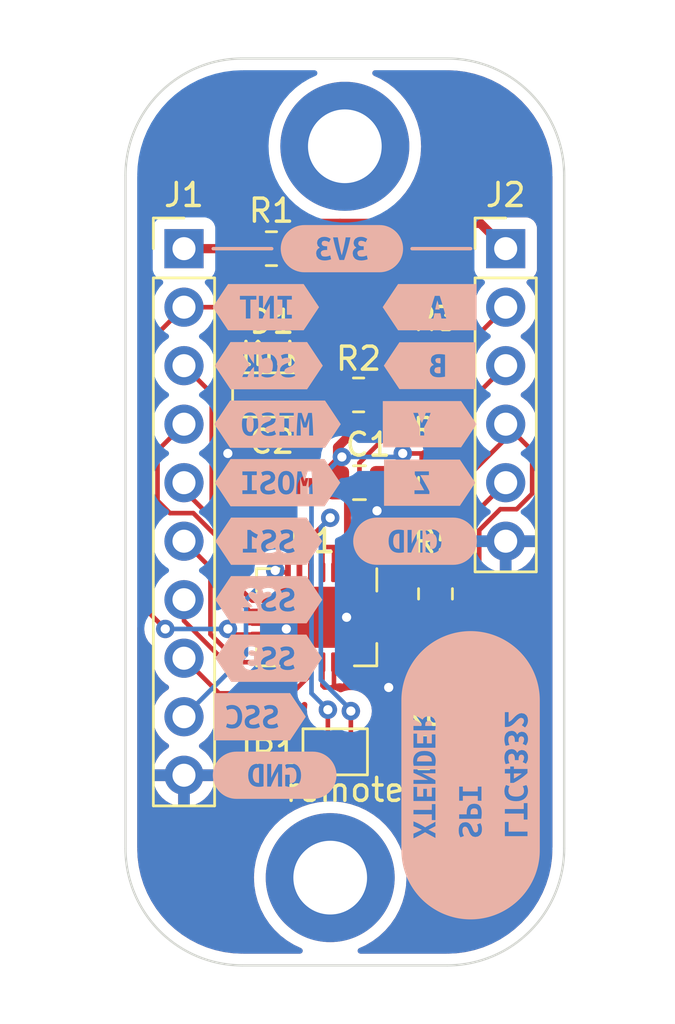
<source format=kicad_pcb>
(kicad_pcb (version 20211014) (generator pcbnew)
  (title_block (title "LTC4332 Breakout") (date "2022-06-23") (rev "0") (comment 2 "creativecommons.org/licences/by/4.0") (comment 3 "license: CC by 4.0") (comment 4 "Author: Jordan Aceto"))
  (layers (0 "F.Cu" signal) (31 "B.Cu" signal) (34 "B.Paste" user) (35 "F.Paste" user) (36 "B.SilkS" user "B.Silkscreen") (37 "F.SilkS" user "F.Silkscreen") (38 "B.Mask" user) (39 "F.Mask" user) (44 "Edge.Cuts" user))
  (net 0 "")
  (net 1 "+3V3")
  (net 2 "GND")
  (net 3 "Net-(D1-Pad1)")
  (net 4 "Net-(D1-Pad2)")
  (net 5 "Net-(J1-Pad2)")
  (net 6 "Net-(J1-Pad3)")
  (net 7 "Net-(J1-Pad4)")
  (net 8 "Net-(J1-Pad5)")
  (net 9 "Net-(J1-Pad6)")
  (net 10 "Net-(J1-Pad7)")
  (net 11 "Net-(J1-Pad8)")
  (net 12 "Net-(J1-Pad9)")
  (net 13 "Net-(J2-Pad2)")
  (net 14 "Net-(J2-Pad3)")
  (net 15 "Net-(J2-Pad4)")
  (net 16 "Net-(J2-Pad5)")
  (net 17 "Net-(JP1-Pad2)")
  (footprint "Connector_PinHeader_2.54mm:PinHeader_1x10_P2.54mm_Vertical" (layer "F.Cu") (at 141.224 90.805)
    (fp_text reference "J1" (at 0 -2.33) (layer "F.SilkS"))
    (fp_text value "Conn_01x10")
    (pad "1" thru_hole rect (at 0 0) (size 1.7 1.7) (drill 1) (layers *.Cu *.Mask) (net 1 "+3V3"))
    (pad "2" thru_hole oval (at 0 2.54) (size 1.7 1.7) (drill 1) (layers *.Cu *.Mask) (net 5 "Net-(J1-Pad2)"))
    (pad "3" thru_hole oval (at 0 5.08) (size 1.7 1.7) (drill 1) (layers *.Cu *.Mask) (net 6 "Net-(J1-Pad3)"))
    (pad "4" thru_hole oval (at 0 7.62) (size 1.7 1.7) (drill 1) (layers *.Cu *.Mask) (net 7 "Net-(J1-Pad4)"))
    (pad "5" thru_hole oval (at 0 10.16) (size 1.7 1.7) (drill 1) (layers *.Cu *.Mask) (net 8 "Net-(J1-Pad5)"))
    (pad "6" thru_hole oval (at 0 12.7) (size 1.7 1.7) (drill 1) (layers *.Cu *.Mask) (net 9 "Net-(J1-Pad6)"))
    (pad "7" thru_hole oval (at 0 15.24) (size 1.7 1.7) (drill 1) (layers *.Cu *.Mask) (net 10 "Net-(J1-Pad7)"))
    (pad "8" thru_hole oval (at 0 17.78) (size 1.7 1.7) (drill 1) (layers *.Cu *.Mask) (net 11 "Net-(J1-Pad8)"))
    (pad "9" thru_hole oval (at 0 20.32) (size 1.7 1.7) (drill 1) (layers *.Cu *.Mask) (net 12 "Net-(J1-Pad9)"))
    (pad "10" thru_hole oval (at 0 22.86) (size 1.7 1.7) (drill 1) (layers *.Cu *.Mask) (net 2 "GND"))
  )
  (footprint "Resistor_SMD:R_0805_2012Metric" (layer "F.Cu") (at 152.146 100.96 -90)
    (fp_text reference "R4" (at -2.281 0 180) (layer "F.SilkS"))
    (fp_text value "620")
    (pad "1" smd roundrect (at -0.9125 0 270) (size 1.025 1.4) (layers "F.Cu" "F.Paste" "F.Mask") (roundrect_rratio 0.243902) (net 1 "+3V3"))
    (pad "2" smd roundrect (at 0.9125 0 270) (size 1.025 1.4) (layers "F.Cu" "F.Paste" "F.Mask") (roundrect_rratio 0.243902) (net 15 "Net-(J2-Pad4)"))
  )
  (footprint "Capacitor_SMD:C_0805_2012Metric" (layer "F.Cu") (at 148.844 100.965)
    (fp_text reference "C1" (at 0.381 -1.651) (layer "F.SilkS"))
    (fp_text value "4u7")
    (pad "1" smd roundrect (at -0.95 0) (size 1 1.45) (layers "F.Cu" "F.Paste" "F.Mask") (net 1 "+3V3"))
    (pad "2" smd roundrect (at 0.95 0) (size 1 1.45) (layers "F.Cu" "F.Paste" "F.Mask") (net 2 "GND"))
  )
  (footprint "Connector_PinHeader_2.54mm:PinHeader_1x06_P2.54mm_Vertical" (layer "F.Cu") (at 155.194 90.805)
    (fp_text reference "J2" (at 0 -2.33) (layer "F.SilkS"))
    (fp_text value "Conn_01x06")
    (pad "1" thru_hole rect (at 0 0) (size 1.7 1.7) (drill 1) (layers *.Cu *.Mask) (net 1 "+3V3"))
    (pad "2" thru_hole oval (at 0 2.54) (size 1.7 1.7) (drill 1) (layers *.Cu *.Mask) (net 13 "Net-(J2-Pad2)"))
    (pad "3" thru_hole oval (at 0 5.08) (size 1.7 1.7) (drill 1) (layers *.Cu *.Mask) (net 14 "Net-(J2-Pad3)"))
    (pad "4" thru_hole oval (at 0 7.62) (size 1.7 1.7) (drill 1) (layers *.Cu *.Mask) (net 15 "Net-(J2-Pad4)"))
    (pad "5" thru_hole oval (at 0 10.16) (size 1.7 1.7) (drill 1) (layers *.Cu *.Mask) (net 16 "Net-(J2-Pad5)"))
    (pad "6" thru_hole oval (at 0 12.7) (size 1.7 1.7) (drill 1) (layers *.Cu *.Mask) (net 2 "GND"))
  )
  (footprint "MountingHole:MountingHole_3.2mm_M3_DIN965_Pad" (layer "F.Cu") (at 147.574 118.11)
    (fp_text reference "REF**" hide)
    (fp_text value "MountingHole_3.2mm_M3_DIN965_Pad")
    (pad "1" thru_hole circle (at 0 0) (size 5.6 5.6) (drill 3.2) (layers *.Cu *.Mask))
  )
  (footprint "Resistor_SMD:R_0805_2012Metric" (layer "F.Cu") (at 152.146 96.139 -90)
    (fp_text reference "R3" (at -2.281 0 180) (layer "F.SilkS"))
    (fp_text value "110")
    (pad "1" smd roundrect (at -0.9125 0 270) (size 1.025 1.4) (layers "F.Cu" "F.Paste" "F.Mask") (roundrect_rratio 0.243902) (net 13 "Net-(J2-Pad2)"))
    (pad "2" smd roundrect (at 0.9125 0 270) (size 1.025 1.4) (layers "F.Cu" "F.Paste" "F.Mask") (roundrect_rratio 0.243902) (net 14 "Net-(J2-Pad3)"))
  )
  (footprint "Resistor_SMD:R_0805_2012Metric" (layer "F.Cu") (at 148.8065 97.155 180)
    (fp_text reference "R2" (at 0 1.5748) (layer "F.SilkS"))
    (fp_text value "620")
    (pad "1" smd roundrect (at -0.9125 0 180) (size 1.025 1.4) (layers "F.Cu" "F.Paste" "F.Mask") (roundrect_rratio 0.243902) (net 1 "+3V3"))
    (pad "2" smd roundrect (at 0.9125 0 180) (size 1.025 1.4) (layers "F.Cu" "F.Paste" "F.Mask") (roundrect_rratio 0.243902) (net 4 "Net-(D1-Pad2)"))
  )
  (footprint "MountingHole:MountingHole_3.2mm_M3_DIN965_Pad" (layer "F.Cu") (at 148.209 86.36)
    (fp_text reference "REF**" hide)
    (fp_text value "MountingHole_3.2mm_M3_DIN965_Pad")
    (pad "1" thru_hole circle (at 0 0) (size 5.6 5.6) (drill 3.2) (layers *.Cu *.Mask))
  )
  (footprint "LED_SMD:LED_0805_2012Metric" (layer "F.Cu") (at 145.0215 97.155)
    (fp_text reference "D1" (at 0.0125 -3.175) (layer "F.SilkS"))
    (fp_text value "LED")
    (pad "1" smd roundrect (at -0.9375 0) (size 0.975 1.4) (layers "F.Cu" "F.Paste" "F.Mask") (net 3 "Net-(D1-Pad1)"))
    (pad "2" smd roundrect (at 0.9375 0) (size 0.975 1.4) (layers "F.Cu" "F.Paste" "F.Mask") (net 4 "Net-(D1-Pad2)"))
  )
  (footprint "Package_DFN_QFN:QFN-20-1EP_4x5mm_P0.5mm_EP2.65x3.65mm" (layer "F.Cu") (at 146.9875 106.807 -90)
    (fp_text reference "U1" (at -3.302 0.188 180) (layer "F.SilkS"))
    (fp_text value "LTC4332")
    (pad "1" smd roundrect (at -1.95 -1.25 270) (size 0.85 0.25) (layers "F.Cu" "F.Paste" "F.Mask") (net 1 "+3V3"))
    (pad "2" smd roundrect (at -1.95 -0.75 270) (size 0.85 0.25) (layers "F.Cu" "F.Paste" "F.Mask") (net 1 "+3V3"))
    (pad "3" smd roundrect (at -1.95 -0.25 270) (size 0.85 0.25) (layers "F.Cu" "F.Paste" "F.Mask") (net 1 "+3V3"))
    (pad "4" smd roundrect (at -1.95 0.25 270) (size 0.85 0.25) (layers "F.Cu" "F.Paste" "F.Mask") (net 17 "Net-(JP1-Pad2)"))
    (pad "5" smd roundrect (at -1.95 0.75 270) (size 0.85 0.25) (layers "F.Cu" "F.Paste" "F.Mask") (net 3 "Net-(D1-Pad1)"))
    (pad "6" smd roundrect (at -1.95 1.25 270) (size 0.85 0.25) (layers "F.Cu" "F.Paste" "F.Mask") (net 12 "Net-(J1-Pad9)"))
    (pad "7" smd roundrect (at -0.75 2.45 270) (size 0.25 0.85) (layers "F.Cu" "F.Paste" "F.Mask") (net 6 "Net-(J1-Pad3)"))
    (pad "8" smd roundrect (at -0.25 2.45 270) (size 0.25 0.85) (layers "F.Cu" "F.Paste" "F.Mask") (net 8 "Net-(J1-Pad5)"))
    (pad "9" smd roundrect (at 0.25 2.45 270) (size 0.25 0.85) (layers "F.Cu" "F.Paste" "F.Mask") (net 7 "Net-(J1-Pad4)"))
    (pad "10" smd roundrect (at 0.75 2.45 270) (size 0.25 0.85) (layers "F.Cu" "F.Paste" "F.Mask") (net 5 "Net-(J1-Pad2)"))
    (pad "11" smd roundrect (at 1.95 1.25 270) (size 0.85 0.25) (layers "F.Cu" "F.Paste" "F.Mask") (net 9 "Net-(J1-Pad6)"))
    (pad "12" smd roundrect (at 1.95 0.75 270) (size 0.85 0.25) (layers "F.Cu" "F.Paste" "F.Mask") (net 10 "Net-(J1-Pad7)"))
    (pad "13" smd roundrect (at 1.95 0.25 270) (size 0.85 0.25) (layers "F.Cu" "F.Paste" "F.Mask") (net 11 "Net-(J1-Pad8)"))
    (pad "14" smd roundrect (at 1.95 -0.25 270) (size 0.85 0.25) (layers "F.Cu" "F.Paste" "F.Mask") (net 2 "GND"))
    (pad "15" smd roundrect (at 1.95 -0.75 270) (size 0.85 0.25) (layers "F.Cu" "F.Paste" "F.Mask") (net 2 "GND"))
    (pad "16" smd roundrect (at 1.95 -1.25 270) (size 0.85 0.25) (layers "F.Cu" "F.Paste" "F.Mask") (net 2 "GND"))
    (pad "17" smd roundrect (at 0.75 -2.45 270) (size 0.25 0.85) (layers "F.Cu" "F.Paste" "F.Mask") (net 15 "Net-(J2-Pad4)"))
    (pad "18" smd roundrect (at 0.25 -2.45 270) (size 0.25 0.85) (layers "F.Cu" "F.Paste" "F.Mask") (net 16 "Net-(J2-Pad5)"))
    (pad "19" smd roundrect (at -0.25 -2.45 270) (size 0.25 0.85) (layers "F.Cu" "F.Paste" "F.Mask") (net 14 "Net-(J2-Pad3)"))
    (pad "20" smd roundrect (at -0.75 -2.45 270) (size 0.25 0.85) (layers "F.Cu" "F.Paste" "F.Mask") (net 13 "Net-(J2-Pad2)"))
    (pad "21" smd rect (at 0 0 270) (size 2.65 3.65) (layers "F.Cu" "F.Mask") (net 2 "GND"))
  )
  (footprint "Capacitor_SMD:C_0805_2012Metric" (layer "F.Cu") (at 145.034 100.965 180)
    (fp_text reference "C2" (at 0 1.778) (layer "F.SilkS"))
    (fp_text value "1u")
    (pad "1" smd roundrect (at -0.95 0 180) (size 1 1.45) (layers "F.Cu" "F.Paste" "F.Mask") (net 1 "+3V3"))
    (pad "2" smd roundrect (at 0.95 0 180) (size 1 1.45) (layers "F.Cu" "F.Paste" "F.Mask") (net 2 "GND"))
  )
  (footprint "Resistor_SMD:R_0805_2012Metric" (layer "F.Cu") (at 152.146 105.791 90)
    (fp_text reference "R5" (at 2.281 0 180) (layer "F.SilkS"))
    (fp_text value "620")
    (pad "1" smd roundrect (at -0.9125 0 90) (size 1.025 1.4) (layers "F.Cu" "F.Paste" "F.Mask") (roundrect_rratio 0.243902) (net 2 "GND"))
    (pad "2" smd roundrect (at 0.9125 0 90) (size 1.025 1.4) (layers "F.Cu" "F.Paste" "F.Mask") (roundrect_rratio 0.243902) (net 16 "Net-(J2-Pad5)"))
  )
  (footprint "Resistor_SMD:R_0805_2012Metric" (layer "F.Cu") (at 145.0215 90.805)
    (fp_text reference "R1" (at 0 -1.65) (layer "F.SilkS"))
    (fp_text value "10k")
    (pad "1" smd roundrect (at -0.9125 0) (size 1.025 1.4) (layers "F.Cu" "F.Paste" "F.Mask") (roundrect_rratio 0.243902) (net 1 "+3V3"))
    (pad "2" smd roundrect (at 0.9125 0) (size 1.025 1.4) (layers "F.Cu" "F.Paste" "F.Mask") (roundrect_rratio 0.243902) (net 5 "Net-(J1-Pad2)"))
  )
  (footprint "Jumper:SolderJumper-2_P1.3mm_Open_TrianglePad1.0x1.5mm" (layer "F.Cu") (at 147.791 112.649)
    (fp_text reference "JP1" (at -3.011 0) (layer "F.SilkS"))
    (fp_text value "remote")
    (pad "1" smd custom (at -0.725 0) (size 0.3 0.3) (layers "F.Cu" "F.Mask") (net 1 "+3V3") (options (clearance outline) (anchor rect)) (primitives (gr_poly (pts (xy 1 0) (xy 0.5 0.75) (xy -0.5 0.75) (xy -0.5 -0.75) (xy 0.5 -0.75)) (width 0) (fill yes))))
    (pad "2" smd custom (at 0.725 0) (size 0.3 0.3) (layers "F.Cu" "F.Mask") (net 17 "Net-(JP1-Pad2)") (options (clearance outline) (anchor rect)) (primitives (gr_poly (pts (xy 0.5 0.75) (xy -0.65 0.75) (xy -0.15 0) (xy -0.65 -0.75) (xy 0.5 -0.75)) (width 0) (fill yes))))
  )
  (footprint "Resistor_SMD:R_0805_2012Metric" (layer "F.Cu") (at 151.638 112.649)
    (fp_text reference "R6" (at 0 -1.65) (layer "F.SilkS"))
    (fp_text value "10k")
    (pad "1" smd roundrect (at -0.9125 0) (size 1.025 1.4) (layers "F.Cu" "F.Paste" "F.Mask") (roundrect_rratio 0.243902) (net 17 "Net-(JP1-Pad2)"))
    (pad "2" smd roundrect (at 0.9125 0) (size 1.025 1.4) (layers "F.Cu" "F.Paste" "F.Mask") (roundrect_rratio 0.243902) (net 2 "GND"))
  )
  (footprint "kibuzzard-62B227D5" (layer "B.Cu") (at 148.082 90.805 180)
    (fp_text reference "kibuzzard-62B227D5" hide)
    (fp_text value "G***" hide)
  )
  (footprint "kibuzzard-62B229D7" (layer "B.Cu") (at 144.907 103.505 180)
    (fp_text reference "kibuzzard-62B229D7" hide)
    (fp_text value "G***" hide)
  )
  (footprint "kibuzzard-62B219C1" (layer "B.Cu") (at 151.257 103.505 180)
    (fp_text reference "kibuzzard-62B219C1" hide)
    (fp_text value "G***" hide)
  )
  (footprint "kibuzzard-62B229E7" (layer "B.Cu") (at 144.907 106.045 180)
    (fp_text reference "kibuzzard-62B229E7" hide)
    (fp_text value "G***" hide)
  )
  (footprint "kibuzzard-62B22A9B" (layer "B.Cu") (at 151.892 93.345 180)
    (fp_text reference "kibuzzard-62B22A9B" hide)
    (fp_text value "G***" hide)
  )
  (footprint "kibuzzard-62B22951" (layer "B.Cu") (at 144.78 93.345 180)
    (fp_text reference "kibuzzard-62B22951" hide)
    (fp_text value "G***" hide)
  )
  (footprint "kibuzzard-62B219C1" (layer "B.Cu") (at 145.161 113.665 180)
    (fp_text reference "kibuzzard-62B219C1" hide)
    (fp_text value "G***" hide)
  )
  (footprint "kibuzzard-62B22ADB" (layer "B.Cu") (at 151.892 100.965 180)
    (fp_text reference "kibuzzard-62B22ADB" hide)
    (fp_text value "G***" hide)
  )
  (footprint "kibuzzard-62B2249D" (layer "B.Cu") (at 153.67 113.665 90)
    (fp_text reference "kibuzzard-62B2249D" hide)
    (fp_text value "G***" hide)
  )
  (footprint "kibuzzard-62B3749B" (layer "B.Cu") (at 144.526 111.125 180)
    (fp_text reference "kibuzzard-62B3749B" hide)
    (fp_text value "G***" hide)
  )
  (footprint "kibuzzard-62B229F4" (layer "B.Cu") (at 144.907 108.585 180)
    (fp_text reference "kibuzzard-62B229F4" hide)
    (fp_text value "G***" hide)
  )
  (footprint "kibuzzard-62B229C0" (layer "B.Cu") (at 145.288 100.965 180)
    (fp_text reference "kibuzzard-62B229C0" hide)
    (fp_text value "G***" hide)
  )
  (footprint "kibuzzard-62B2297F" (layer "B.Cu") (at 144.907 95.885 180)
    (fp_text reference "kibuzzard-62B2297F" hide)
    (fp_text value "G***" hide)
  )
  (footprint "kibuzzard-62B22ACD" (layer "B.Cu") (at 151.892 98.425 180)
    (fp_text reference "kibuzzard-62B22ACD" hide)
    (fp_text value "G***" hide)
  )
  (footprint "kibuzzard-62B22AB2" (layer "B.Cu") (at 151.892 95.885 180)
    (fp_text reference "kibuzzard-62B22AB2" hide)
    (fp_text value "G***" hide)
  )
  (footprint "kibuzzard-62B229AC" (layer "B.Cu") (at 145.288 98.425 180)
    (fp_text reference "kibuzzard-62B229AC" hide)
    (fp_text value "G***" hide)
  )
  (gr_line (start 142.494 90.805) (end 145.034 90.805) (layer "B.SilkS") (width 0.15))
  (gr_line (start 151.13 90.805) (end 153.67 90.805) (layer "B.SilkS") (width 0.15))
  (gr_arc (start 152.654 82.55) (mid 156.246102 84.037898) (end 157.734 87.63) (layer "Edge.Cuts") (width 0.1))
  (gr_line (start 143.764 82.55) (end 152.654 82.55) (layer "Edge.Cuts") (width 0.1))
  (gr_line (start 152.654 121.92) (end 143.764 121.92) (layer "Edge.Cuts") (width 0.1))
  (gr_line (start 157.734 87.63) (end 157.734 116.84) (layer "Edge.Cuts") (width 0.1))
  (gr_arc (start 157.734 116.84) (mid 156.246102 120.432102) (end 152.654 121.92) (layer "Edge.Cuts") (width 0.1))
  (gr_line (start 138.684 116.84) (end 138.684 87.63) (layer "Edge.Cuts") (width 0.1))
  (gr_arc (start 138.684 87.63) (mid 140.171898 84.037898) (end 143.764 82.55) (layer "Edge.Cuts") (width 0.1))
  (gr_arc (start 143.764 121.92) (mid 140.171898 120.432102) (end 138.684 116.84) (layer "Edge.Cuts") (width 0.1))
  (gr_text "remote" (at 148.209 114.3) (layer "F.SilkS") (effects (font (size 1 1))))
  (gr_text "link" (at 145.034 95.377) (layer "F.SilkS") (effects (font (size 1 1))))
  (segment (start 155.194 90.805) (end 154.09448 89.70548) (width 0.4) (layer "F.Cu") (net 1))
  (segment (start 147.4724 112.2426) (end 147.066 112.649) (width 0.2) (layer "F.Cu") (net 1))
  (segment (start 148.323501 103.672999) (end 148.323501 101.394501) (width 0.3) (layer "F.Cu") (net 1))
  (segment (start 147.894 100.965) (end 147.894 99.4258) (width 0.4) (layer "F.Cu") (net 1))
  (segment (start 147.7375 104.857) (end 147.7375 103.8495) (width 0.2) (layer "F.Cu") (net 1))
  (segment (start 145.20852 89.70548) (end 144.109 90.805) (width 0.4) (layer "F.Cu") (net 1))
  (segment (start 145.984 100.965) (end 146.9644 100.965) (width 0.4) (layer "F.Cu") (net 1))
  (segment (start 147.828 103.759) (end 148.2375 103.759) (width 0.2) (layer "F.Cu") (net 1))
  (segment (start 147.99848 89.70548) (end 145.20852 89.70548) (width 0.4) (layer "F.Cu") (net 1))
  (segment (start 149.719 97.155) (end 149.719 89.902) (width 0.4) (layer "F.Cu") (net 1))
  (segment (start 148.2375 103.759) (end 148.323501 103.672999) (width 0.3) (layer "F.Cu") (net 1))
  (segment (start 151.7935 99.695) (end 150.7236 99.695) (width 0.2) (layer "F.Cu") (net 1))
  (segment (start 148.2375 103.759) (end 148.2375 104.857) (width 0.2) (layer "F.Cu") (net 1))
  (segment (start 149.719 89.902) (end 149.52248 89.70548) (width 0.4) (layer "F.Cu") (net 1))
  (segment (start 141.224 90.805) (end 144.109 90.805) (width 0.4) (layer "F.Cu") (net 1))
  (segment (start 152.146 100.0475) (end 151.7935 99.695) (width 0.2) (layer "F.Cu") (net 1))
  (segment (start 147.4724 110.8202) (end 147.4724 112.2426) (width 0.2) (layer "F.Cu") (net 1))
  (segment (start 147.894 100.0354) (end 148.082 99.8474) (width 0.4) (layer "F.Cu") (net 1))
  (segment (start 148.323501 101.394501) (end 147.894 100.965) (width 0.3) (layer "F.Cu") (net 1))
  (segment (start 147.32 103.759) (end 147.828 103.759) (width 0.2) (layer "F.Cu") (net 1))
  (segment (start 147.894 100.965) (end 148.179339 101.250339) (width 0.4) (layer "F.Cu") (net 1))
  (segment (start 147.7375 103.8495) (end 147.828 103.759) (width 0.2) (layer "F.Cu") (net 1))
  (segment (start 146.9644 100.965) (end 148.082 99.8474) (width 0.4) (layer "F.Cu") (net 1))
  (segment (start 147.894 100.965) (end 147.894 100.0354) (width 0.4) (layer "F.Cu") (net 1))
  (segment (start 147.2375 103.8415) (end 147.32 103.759) (width 0.2) (layer "F.Cu") (net 1))
  (segment (start 154.09448 89.70548) (end 149.52248 89.70548) (width 0.4) (layer "F.Cu") (net 1))
  (segment (start 149.52248 89.70548) (end 147.99848 89.70548) (width 0.4) (layer "F.Cu") (net 1))
  (segment (start 149.719 97.6008) (end 149.719 97.155) (width 0.4) (layer "F.Cu") (net 1))
  (segment (start 147.2375 104.857) (end 147.2375 103.8415) (width 0.2) (layer "F.Cu") (net 1))
  (segment (start 147.894 99.4258) (end 149.719 97.6008) (width 0.4) (layer "F.Cu") (net 1))
  (via (at 150.7236 99.695) (size 0.8) (drill 0.4) (layers "F.Cu" "B.Cu") (net 1))
  (via (at 147.4724 110.8202) (size 0.8) (drill 0.4) (layers "F.Cu" "B.Cu") (net 1))
  (via (at 148.082 99.8474) (size 0.8) (drill 0.4) (layers "F.Cu" "B.Cu") (net 1))
  (segment (start 147.4724 110.8202) (end 146.7612 110.109) (width 0.2) (layer "B.Cu") (net 1))
  (segment (start 150.7236 99.695) (end 150.5712 99.8474) (width 0.2) (layer "B.Cu") (net 1))
  (segment (start 150.5712 99.8474) (end 148.082 99.8474) (width 0.2) (layer "B.Cu") (net 1))
  (segment (start 146.7612 101.1682) (end 148.082 99.8474) (width 0.2) (layer "B.Cu") (net 1))
  (segment (start 146.7612 110.109) (end 146.7612 101.1682) (width 0.2) (layer "B.Cu") (net 1))
  (segment (start 143.129 100.01) (end 143.129 99.695) (width 0.3) (layer "F.Cu") (net 2))
  (segment (start 149.606 102.1842) (end 149.606 101.153) (width 0.3) (layer "F.Cu") (net 2))
  (segment (start 150.114 109.855) (end 148.336 109.855) (width 0.2) (layer "F.Cu") (net 2))
  (segment (start 147.32 109.855) (end 147.2375 109.7725) (width 0.2) (layer "F.Cu") (net 2))
  (segment (start 148.2375 108.757) (end 148.2375 109.7565) (width 0.2) (layer "F.Cu") (net 2))
  (segment (start 147.2375 109.7725) (end 147.2375 108.757) (width 0.2) (layer "F.Cu") (net 2))
  (segment (start 147.828 109.855) (end 147.32 109.855) (width 0.2) (layer "F.Cu") (net 2))
  (segment (start 144.084 100.965) (end 143.129 100.01) (width 0.3) (layer "F.Cu") (net 2))
  (segment (start 147.7375 108.757) (end 147.7375 109.7645) (width 0.2) (layer "F.Cu") (net 2))
  (segment (start 148.2375 109.7565) (end 148.336 109.855) (width 0.2) (layer "F.Cu") (net 2))
  (segment (start 147.7375 109.7645) (end 147.828 109.855) (width 0.2) (layer "F.Cu") (net 2))
  (segment (start 148.336 109.855) (end 147.828 109.855) (width 0.2) (layer "F.Cu") (net 2))
  (segment (start 149.606 101.153) (end 149.794 100.965) (width 0.3) (layer "F.Cu") (net 2))
  (via (at 149.606 102.1842) (size 0.8) (drill 0.4) (layers "F.Cu" "B.Cu") (net 2))
  (via (at 150.114 109.855) (size 0.8) (drill 0.4) (layers "F.Cu" "B.Cu") (net 2))
  (via (at 143.129 99.695) (size 0.8) (drill 0.4) (layers "F.Cu" "B.Cu") (net 2))
  (via (at 148.2852 106.807) (size 0.8) (drill 0.4) (layers "F.Cu" "B.Cu") (net 2))
  (via (at 145.669 107.315) (size 0.8) (drill 0.4) (layers "F.Cu" "B.Cu") (net 2))
  (segment (start 146.2375 104.857) (end 146.2375 102.903745) (width 0.2) (layer "F.Cu") (net 3))
  (segment (start 145.034 101.700245) (end 145.034 98.105) (width 0.2) (layer "F.Cu") (net 3))
  (segment (start 146.2375 102.903745) (end 145.034 101.700245) (width 0.2) (layer "F.Cu") (net 3))
  (segment (start 145.034 98.105) (end 144.084 97.155) (width 0.2) (layer "F.Cu") (net 3))
  (segment (start 147.894 97.155) (end 145.959 97.155) (width 0.2) (layer "F.Cu") (net 4))
  (segment (start 139.674969 94.894031) (end 139.674969 106.578769) (width 0.2) (layer "F.Cu") (net 5))
  (segment (start 144.5375 107.557) (end 143.375908 107.557) (width 0.2) (layer "F.Cu") (net 5))
  (segment (start 145.934 90.805) (end 143.394 93.345) (width 0.2) (layer "F.Cu") (net 5))
  (segment (start 143.375908 107.557) (end 143.131454 107.312546) (width 0.2) (layer "F.Cu") (net 5))
  (segment (start 139.674969 106.578769) (end 140.4112 107.315) (width 0.2) (layer "F.Cu") (net 5))
  (segment (start 143.394 93.345) (end 141.224 93.345) (width 0.2) (layer "F.Cu") (net 5))
  (segment (start 141.224 93.345) (end 139.674969 94.894031) (width 0.2) (layer "F.Cu") (net 5))
  (via (at 143.131454 107.312546) (size 0.8) (drill 0.4) (layers "F.Cu" "B.Cu") (net 5))
  (via (at 140.4112 107.315) (size 0.8) (drill 0.4) (layers "F.Cu" "B.Cu") (net 5))
  (segment (start 140.4112 107.315) (end 143.129 107.315) (width 0.2) (layer "B.Cu") (net 5))
  (segment (start 143.129 107.315) (end 143.131454 107.312546) (width 0.2) (layer "B.Cu") (net 5))
  (segment (start 142.429499 101.891099) (end 142.429499 97.090499) (width 0.2) (layer "F.Cu") (net 6))
  (segment (start 143.5862 105.4862) (end 143.5862 103.0478) (width 0.2) (layer "F.Cu") (net 6))
  (segment (start 142.429499 97.090499) (end 141.224 95.885) (width 0.2) (layer "F.Cu") (net 6))
  (segment (start 144.5375 106.057) (end 144.157 106.057) (width 0.2) (layer "F.Cu") (net 6))
  (segment (start 144.157 106.057) (end 143.5862 105.4862) (width 0.2) (layer "F.Cu") (net 6))
  (segment (start 143.5862 103.0478) (end 142.429499 101.891099) (width 0.2) (layer "F.Cu") (net 6))
  (segment (start 140.074489 99.574511) (end 141.224 98.425) (width 0.2) (layer "F.Cu") (net 7))
  (segment (start 141.630455 102.2858) (end 140.6144 102.2858) (width 0.2) (layer "F.Cu") (net 7))
  (segment (start 140.6144 102.2858) (end 140.074489 101.745889) (width 0.2) (layer "F.Cu") (net 7))
  (segment (start 142.7734 105.8164) (end 142.7734 103.428745) (width 0.2) (layer "F.Cu") (net 7))
  (segment (start 142.7734 103.428745) (end 141.630455 102.2858) (width 0.2) (layer "F.Cu") (net 7))
  (segment (start 144.5375 107.057) (end 144.014 107.057) (width 0.2) (layer "F.Cu") (net 7))
  (segment (start 144.014 107.057) (end 142.7734 105.8164) (width 0.2) (layer "F.Cu") (net 7))
  (segment (start 140.074489 101.745889) (end 140.074489 99.574511) (width 0.2) (layer "F.Cu") (net 7))
  (segment (start 144.092007 106.557) (end 143.1798 105.644793) (width 0.2) (layer "F.Cu") (net 8))
  (segment (start 144.5375 106.557) (end 144.092007 106.557) (width 0.2) (layer "F.Cu") (net 8))
  (segment (start 143.1798 103.251) (end 141.224 101.2952) (width 0.2) (layer "F.Cu") (net 8))
  (segment (start 141.224 101.2952) (end 141.224 100.965) (width 0.2) (layer "F.Cu") (net 8))
  (segment (start 143.1798 105.644793) (end 143.1798 103.251) (width 0.2) (layer "F.Cu") (net 8))
  (segment (start 143.586649 108.757) (end 142.373889 107.54424) (width 0.2) (layer "F.Cu") (net 9))
  (segment (start 145.7375 108.757) (end 143.586649 108.757) (width 0.2) (layer "F.Cu") (net 9))
  (segment (start 142.373889 104.654889) (end 141.224 103.505) (width 0.2) (layer "F.Cu") (net 9))
  (segment (start 142.373889 107.54424) (end 142.373889 104.654889) (width 0.2) (layer "F.Cu") (net 9))
  (segment (start 146.2375 108.757) (end 146.2375 109.193973) (width 0.2) (layer "F.Cu") (net 10))
  (segment (start 143.865655 109.601) (end 141.224 106.959345) (width 0.2) (layer "F.Cu") (net 10))
  (segment (start 146.2375 109.193973) (end 145.830473 109.601) (width 0.2) (layer "F.Cu") (net 10))
  (segment (start 145.830473 109.601) (end 143.865655 109.601) (width 0.2) (layer "F.Cu") (net 10))
  (segment (start 141.224 106.959345) (end 141.224 106.045) (width 0.2) (layer "F.Cu") (net 10))
  (segment (start 146.7375 109.281022) (end 145.909522 110.109) (width 0.2) (layer "F.Cu") (net 11))
  (segment (start 142.748 110.109) (end 141.224 108.585) (width 0.2) (layer "F.Cu") (net 11))
  (segment (start 145.909522 110.109) (end 142.748 110.109) (width 0.2) (layer "F.Cu") (net 11))
  (segment (start 146.7375 108.757) (end 146.7375 109.281022) (width 0.2) (layer "F.Cu") (net 11))
  (segment (start 145.2684 104.857) (end 145.1864 104.775) (width 0.2) (layer "F.Cu") (net 12))
  (segment (start 145.7375 104.857) (end 145.2684 104.857) (width 0.2) (layer "F.Cu") (net 12))
  (via (at 145.1864 104.775) (size 0.8) (drill 0.4) (layers "F.Cu" "B.Cu") (net 12))
  (segment (start 143.9164 108.4326) (end 143.9164 106.045) (width 0.2) (layer "B.Cu") (net 12))
  (segment (start 141.224 111.125) (end 143.9164 108.4326) (width 0.2) (layer "B.Cu") (net 12))
  (segment (start 143.9164 106.045) (end 145.1864 104.775) (width 0.2) (layer "B.Cu") (net 12))
  (segment (start 148.844 100.1014) (end 151.14648 97.79892) (width 0.2) (layer "F.Cu") (net 13))
  (segment (start 148.844 104.736222) (end 148.844 100.1014) (width 0.2) (layer "F.Cu") (net 13))
  (segment (start 151.14648 96.22602) (end 152.146 95.2265) (width 0.2) (layer "F.Cu") (net 13))
  (segment (start 155.194 93.345) (end 153.3125 95.2265) (width 0.2) (layer "F.Cu") (net 13))
  (segment (start 151.14648 97.79892) (end 151.14648 96.22602) (width 0.2) (layer "F.Cu") (net 13))
  (segment (start 149.4375 105.329722) (end 148.844 104.736222) (width 0.2) (layer "F.Cu") (net 13))
  (segment (start 153.3125 95.2265) (end 152.146 95.2265) (width 0.2) (layer "F.Cu") (net 13))
  (segment (start 149.4375 106.057) (end 149.4375 105.329722) (width 0.2) (layer "F.Cu") (net 13))
  (segment (start 149.4375 106.557) (end 149.874473 106.557) (width 0.2) (layer "F.Cu") (net 14))
  (segment (start 154.0275 97.0515) (end 155.194 95.885) (width 0.2) (layer "F.Cu") (net 14))
  (segment (start 153.14552 98.05102) (end 152.146 97.0515) (width 0.2) (layer "F.Cu") (net 14))
  (segment (start 153.14552 100.537618) (end 153.14552 98.05102) (width 0.2) (layer "F.Cu") (net 14))
  (segment (start 150.347459 106.084014) (end 150.347459 105.862341) (width 0.2) (layer "F.Cu") (net 14))
  (segment (start 152.146 97.0515) (end 154.0275 97.0515) (width 0.2) (layer "F.Cu") (net 14))
  (segment (start 151.563862 100.965) (end 152.718138 100.965) (width 0.2) (layer "F.Cu") (net 14))
  (segment (start 149.874473 106.557) (end 150.347459 106.084014) (width 0.2) (layer "F.Cu") (net 14))
  (segment (start 151.14648 101.382382) (end 151.563862 100.965) (width 0.2) (layer "F.Cu") (net 14))
  (segment (start 151.14648 105.06332) (end 151.14648 101.382382) (width 0.2) (layer "F.Cu") (net 14))
  (segment (start 150.347459 105.862341) (end 151.14648 105.06332) (width 0.2) (layer "F.Cu") (net 14))
  (segment (start 152.718138 100.965) (end 153.14552 100.537618) (width 0.2) (layer "F.Cu") (net 14))
  (segment (start 149.4375 107.557) (end 150.122523 107.557) (width 0.2) (layer "F.Cu") (net 15))
  (segment (start 154.958834 102.114511) (end 155.670144 102.114511) (width 0.2) (layer "F.Cu") (net 15))
  (segment (start 151.14648 106.213382) (end 151.568862 105.791) (width 0.2) (layer "F.Cu") (net 15))
  (segment (start 155.194 99.054132) (end 155.194 98.425) (width 0.2) (layer "F.Cu") (net 15))
  (segment (start 154.044489 104.469649) (end 154.044489 103.028856) (width 0.2) (layer "F.Cu") (net 15))
  (segment (start 156.343511 99.574511) (end 155.194 98.425) (width 0.2) (layer "F.Cu") (net 15))
  (segment (start 156.343511 101.441144) (end 156.343511 99.574511) (width 0.2) (layer "F.Cu") (net 15))
  (segment (start 154.044489 103.028856) (end 154.958834 102.114511) (width 0.2) (layer "F.Cu") (net 15))
  (segment (start 152.146 101.8725) (end 152.375632 101.8725) (width 0.2) (layer "F.Cu") (net 15))
  (segment (start 155.670144 102.114511) (end 156.343511 101.441144) (width 0.2) (layer "F.Cu") (net 15))
  (segment (start 152.375632 101.8725) (end 155.194 99.054132) (width 0.2) (layer "F.Cu") (net 15))
  (segment (start 152.723138 105.791) (end 154.044489 104.469649) (width 0.2) (layer "F.Cu") (net 15))
  (segment (start 150.122523 107.557) (end 151.14648 106.533043) (width 0.2) (layer "F.Cu") (net 15))
  (segment (start 151.14648 106.533043) (end 151.14648 106.213382) (width 0.2) (layer "F.Cu") (net 15))
  (segment (start 151.568862 105.791) (end 152.723138 105.791) (width 0.2) (layer "F.Cu") (net 15))
  (segment (start 150.746969 106.36756) (end 150.746969 106.047899) (width 0.2) (layer "F.Cu") (net 16))
  (segment (start 149.4375 107.057) (end 150.057529 107.057) (width 0.2) (layer "F.Cu") (net 16))
  (segment (start 150.057529 107.057) (end 150.746969 106.36756) (width 0.2) (layer "F.Cu") (net 16))
  (segment (start 152.146 104.8785) (end 152.146 104.013) (width 0.2) (layer "F.Cu") (net 16))
  (segment (start 151.916368 104.8785) (end 152.146 104.8785) (width 0.2) (layer "F.Cu") (net 16))
  (segment (start 150.746969 106.047899) (end 151.916368 104.8785) (width 0.2) (layer "F.Cu") (net 16))
  (segment (start 152.146 104.013) (end 155.194 100.965) (width 0.2) (layer "F.Cu") (net 16))
  (segment (start 148.470201 112.603201) (end 148.516 112.649) (width 0.2) (layer "F.Cu") (net 17))
  (segment (start 150.7255 112.649) (end 148.516 112.649) (width 0.2) (layer "F.Cu") (net 17))
  (segment (start 146.7375 103.3255) (end 147.574 102.489) (width 0.2) (layer "F.Cu") (net 17))
  (segment (start 148.470201 110.8785) (end 148.470201 112.603201) (width 0.2) (layer "F.Cu") (net 17))
  (segment (start 146.7375 104.857) (end 146.7375 103.3255) (width 0.2) (layer "F.Cu") (net 17))
  (via (at 147.574 102.489) (size 0.8) (drill 0.4) (layers "F.Cu" "B.Cu") (net 17))
  (via (at 148.470201 110.8785) (size 0.8) (drill 0.4) (layers "F.Cu" "B.Cu") (net 17))
  (segment (start 148.470201 110.8785) (end 148.470201 110.828756) (width 0.2) (layer "B.Cu") (net 17))
  (segment (start 148.470201 110.828756) (end 147.1676 109.526155) (width 0.2) (layer "B.Cu") (net 17))
  (segment (start 147.1676 102.8954) (end 147.574 102.489) (width 0.2) (layer "B.Cu") (net 17))
  (segment (start 147.1676 109.526155) (end 147.1676 102.8954) (width 0.2) (layer "B.Cu") (net 17))
  (zone (net 2) (net_name "GND") (layer "F.Cu") (connect_pads (clearance 0.508)) (min_thickness 0.254) (fill yes (thermal_gap 0.508) (thermal_bridge_width 0.508))
    (polygon (pts (xy 159.004 123.19) (xy 137.414 123.19) (xy 137.414 81.28) (xy 159.004 81.28)))
  )
  (zone (net 0) (net_name "") (layer "F.Cu") (connect_pads (clearance 0)) (min_thickness 0.254)
    (keepout (tracks allowed) (vias allowed) (pads allowed) (copperpour not_allowed) (footprints allowed))
    (fill (thermal_gap 0.508) (thermal_bridge_width 0.508))
    (polygon (pts (xy 153.289 104.14) (xy 143.129 104.14) (xy 143.129 89.535) (xy 153.289 89.535)))
  )
  (zone (net 2) (net_name "GND") (layer "B.Cu") (connect_pads (clearance 0.508)) (min_thickness 0.254) (fill yes (thermal_gap 0.508) (thermal_bridge_width 0.508))
    (polygon (pts (xy 160.274 124.46) (xy 136.144 124.46) (xy 136.144 80.01) (xy 160.274 80.01)))
  )
)
</source>
